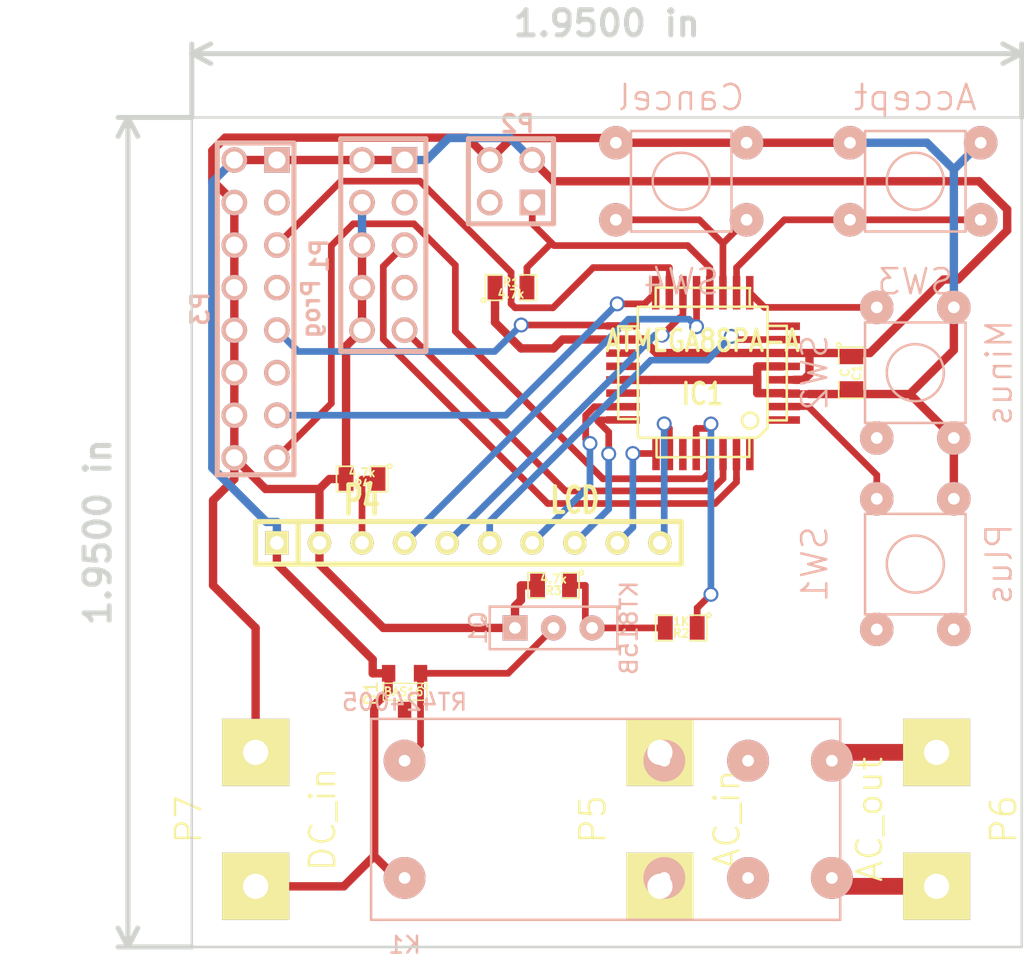
<source format=kicad_pcb>
(kicad_pcb (version 3) (host pcbnew "(2013-june-11)-stable")

  (general
    (links 74)
    (no_connects 10)
    (area 12.320002 17.470001 74.405 75.115)
    (thickness 1.6)
    (drawings 6)
    (tracks 237)
    (zones 0)
    (modules 20)
    (nets 29)
  )

  (page A3)
  (layers
    (15 F.Cu signal)
    (0 B.Cu signal)
    (16 B.Adhes user)
    (17 F.Adhes user)
    (18 B.Paste user)
    (19 F.Paste user)
    (20 B.SilkS user)
    (21 F.SilkS user)
    (22 B.Mask user)
    (23 F.Mask user)
    (28 Edge.Cuts user)
  )

  (setup
    (last_trace_width 0.4)
    (trace_clearance 0.3)
    (zone_clearance 0.508)
    (zone_45_only no)
    (trace_min 0.254)
    (segment_width 0.2)
    (edge_width 0.15)
    (via_size 0.889)
    (via_drill 0.635)
    (via_min_size 0.889)
    (via_min_drill 0.508)
    (uvia_size 0.508)
    (uvia_drill 0.127)
    (uvias_allowed no)
    (uvia_min_size 0.508)
    (uvia_min_drill 0.127)
    (pcb_text_width 0.3)
    (pcb_text_size 1.5 1.5)
    (mod_edge_width 0.15)
    (mod_text_size 1.5 1.5)
    (mod_text_width 0.15)
    (pad_size 1.524 1.524)
    (pad_drill 0.762)
    (pad_to_mask_clearance 0.2)
    (aux_axis_origin 0 0)
    (visible_elements FFFFFFBF)
    (pcbplotparams
      (layerselection 32768)
      (usegerberextensions false)
      (excludeedgelayer true)
      (linewidth 0.100000)
      (plotframeref false)
      (viasonmask false)
      (mode 1)
      (useauxorigin false)
      (hpglpennumber 1)
      (hpglpenspeed 20)
      (hpglpendiameter 15)
      (hpglpenoverlay 2)
      (psnegative false)
      (psa4output false)
      (plotreference true)
      (plotvalue true)
      (plotothertext true)
      (plotinvisibletext false)
      (padsonsilk false)
      (subtractmaskfromsilk false)
      (outputformat 2)
      (mirror true)
      (drillshape 0)
      (scaleselection 1)
      (outputdirectory ""))
  )

  (net 0 "")
  (net 1 /AC_IN1)
  (net 2 /AC_IN2)
  (net 3 /AC_OUT1)
  (net 4 /AC_OUT2)
  (net 5 /LCD_D4)
  (net 6 /LCD_D5)
  (net 7 /LCD_D6)
  (net 8 /LCD_D7)
  (net 9 /LCD_E)
  (net 10 /LCD_RS)
  (net 11 /LCD_RW)
  (net 12 /RXD)
  (net 13 /SRST)
  (net 14 /SW_ACCEPT)
  (net 15 /SW_CANCEL)
  (net 16 /SW_MINUS)
  (net 17 /SW_PLUS)
  (net 18 /TCK)
  (net 19 /TDI)
  (net 20 /TDO)
  (net 21 /TXD)
  (net 22 GND)
  (net 23 N-000001)
  (net 24 N-0000017)
  (net 25 N-000002)
  (net 26 N-0000028)
  (net 27 N-000003)
  (net 28 VCC)

  (net_class Default "This is the default net class."
    (clearance 0.3)
    (trace_width 0.4)
    (via_dia 0.889)
    (via_drill 0.635)
    (uvia_dia 0.508)
    (uvia_drill 0.127)
    (add_net "")
    (add_net /LCD_D4)
    (add_net /LCD_D5)
    (add_net /LCD_D6)
    (add_net /LCD_D7)
    (add_net /LCD_E)
    (add_net /LCD_RS)
    (add_net /LCD_RW)
    (add_net /RXD)
    (add_net /SRST)
    (add_net /SW_ACCEPT)
    (add_net /SW_CANCEL)
    (add_net /SW_MINUS)
    (add_net /SW_PLUS)
    (add_net /TCK)
    (add_net /TDI)
    (add_net /TDO)
    (add_net /TXD)
    (add_net N-000001)
    (add_net N-0000017)
    (add_net N-000002)
    (add_net N-0000028)
    (add_net N-000003)
  )

  (net_class AC ""
    (clearance 1)
    (trace_width 1)
    (via_dia 0.889)
    (via_drill 0.635)
    (uvia_dia 0.508)
    (uvia_drill 0.127)
    (add_net /AC_IN1)
    (add_net /AC_IN2)
    (add_net /AC_OUT1)
    (add_net /AC_OUT2)
  )

  (net_class DC ""
    (clearance 0.3)
    (trace_width 0.5)
    (via_dia 0.889)
    (via_drill 0.635)
    (uvia_dia 0.508)
    (uvia_drill 0.127)
    (add_net GND)
    (add_net VCC)
  )

  (module TQFP32 (layer F.Cu) (tedit 43A670DA) (tstamp 5288826D)
    (at 54.61 39.37 180)
    (path /5280620D)
    (fp_text reference IC1 (at 0 -1.27 180) (layer F.SilkS)
      (effects (font (size 1.27 1.016) (thickness 0.2032)))
    )
    (fp_text value ATMEGA88PA-A (at 0 1.905 180) (layer F.SilkS)
      (effects (font (size 1.27 1.016) (thickness 0.2032)))
    )
    (fp_line (start 5.0292 2.7686) (end 3.8862 2.7686) (layer F.SilkS) (width 0.1524))
    (fp_line (start 5.0292 -2.7686) (end 3.9116 -2.7686) (layer F.SilkS) (width 0.1524))
    (fp_line (start 5.0292 2.7686) (end 5.0292 -2.7686) (layer F.SilkS) (width 0.1524))
    (fp_line (start 2.794 3.9624) (end 2.794 5.0546) (layer F.SilkS) (width 0.1524))
    (fp_line (start -2.8194 3.9878) (end -2.8194 5.0546) (layer F.SilkS) (width 0.1524))
    (fp_line (start -2.8448 5.0546) (end 2.794 5.08) (layer F.SilkS) (width 0.1524))
    (fp_line (start -2.794 -5.0292) (end 2.7178 -5.0546) (layer F.SilkS) (width 0.1524))
    (fp_line (start -3.8862 -3.2766) (end -3.8862 3.9116) (layer F.SilkS) (width 0.1524))
    (fp_line (start 2.7432 -5.0292) (end 2.7432 -3.9878) (layer F.SilkS) (width 0.1524))
    (fp_line (start -3.2512 -3.8862) (end 3.81 -3.8862) (layer F.SilkS) (width 0.1524))
    (fp_line (start 3.8608 3.937) (end 3.8608 -3.7846) (layer F.SilkS) (width 0.1524))
    (fp_line (start -3.8862 3.937) (end 3.7338 3.937) (layer F.SilkS) (width 0.1524))
    (fp_line (start -5.0292 -2.8448) (end -5.0292 2.794) (layer F.SilkS) (width 0.1524))
    (fp_line (start -5.0292 2.794) (end -3.8862 2.794) (layer F.SilkS) (width 0.1524))
    (fp_line (start -3.87604 -3.302) (end -3.29184 -3.8862) (layer F.SilkS) (width 0.1524))
    (fp_line (start -5.02412 -2.8448) (end -3.87604 -2.8448) (layer F.SilkS) (width 0.1524))
    (fp_line (start -2.794 -3.8862) (end -2.794 -5.03428) (layer F.SilkS) (width 0.1524))
    (fp_circle (center -2.83972 -2.86004) (end -2.43332 -2.60604) (layer F.SilkS) (width 0.1524))
    (pad 8 smd rect (at -4.81584 2.77622 180) (size 1.99898 0.44958)
      (layers F.Cu F.Paste F.Mask)
    )
    (pad 7 smd rect (at -4.81584 1.97612 180) (size 1.99898 0.44958)
      (layers F.Cu F.Paste F.Mask)
      (net 9 /LCD_E)
    )
    (pad 6 smd rect (at -4.81584 1.17602 180) (size 1.99898 0.44958)
      (layers F.Cu F.Paste F.Mask)
      (net 28 VCC)
    )
    (pad 5 smd rect (at -4.81584 0.37592 180) (size 1.99898 0.44958)
      (layers F.Cu F.Paste F.Mask)
      (net 22 GND)
    )
    (pad 4 smd rect (at -4.81584 -0.42418 180) (size 1.99898 0.44958)
      (layers F.Cu F.Paste F.Mask)
      (net 28 VCC)
    )
    (pad 3 smd rect (at -4.81584 -1.22428 180) (size 1.99898 0.44958)
      (layers F.Cu F.Paste F.Mask)
      (net 22 GND)
    )
    (pad 2 smd rect (at -4.81584 -2.02438 180) (size 1.99898 0.44958)
      (layers F.Cu F.Paste F.Mask)
      (net 17 /SW_PLUS)
    )
    (pad 1 smd rect (at -4.81584 -2.82448 180) (size 1.99898 0.44958)
      (layers F.Cu F.Paste F.Mask)
    )
    (pad 24 smd rect (at 4.7498 -2.8194 180) (size 1.99898 0.44958)
      (layers F.Cu F.Paste F.Mask)
      (net 6 /LCD_D5)
    )
    (pad 17 smd rect (at 4.7498 2.794 180) (size 1.99898 0.44958)
      (layers F.Cu F.Paste F.Mask)
      (net 18 /TCK)
    )
    (pad 18 smd rect (at 4.7498 1.9812 180) (size 1.99898 0.44958)
      (layers F.Cu F.Paste F.Mask)
      (net 28 VCC)
    )
    (pad 19 smd rect (at 4.7498 1.1684 180) (size 1.99898 0.44958)
      (layers F.Cu F.Paste F.Mask)
    )
    (pad 20 smd rect (at 4.7498 0.381 180) (size 1.99898 0.44958)
      (layers F.Cu F.Paste F.Mask)
    )
    (pad 21 smd rect (at 4.7498 -0.4318 180) (size 1.99898 0.44958)
      (layers F.Cu F.Paste F.Mask)
      (net 22 GND)
    )
    (pad 22 smd rect (at 4.7498 -1.2192 180) (size 1.99898 0.44958)
      (layers F.Cu F.Paste F.Mask)
    )
    (pad 23 smd rect (at 4.7498 -2.032 180) (size 1.99898 0.44958)
      (layers F.Cu F.Paste F.Mask)
      (net 5 /LCD_D4)
    )
    (pad 32 smd rect (at -2.82448 -4.826 180) (size 0.44958 1.99898)
      (layers F.Cu F.Paste F.Mask)
    )
    (pad 31 smd rect (at -2.02692 -4.826 180) (size 0.44958 1.99898)
      (layers F.Cu F.Paste F.Mask)
      (net 21 /TXD)
    )
    (pad 30 smd rect (at -1.22428 -4.826 180) (size 0.44958 1.99898)
      (layers F.Cu F.Paste F.Mask)
      (net 12 /RXD)
    )
    (pad 29 smd rect (at -0.42672 -4.826 180) (size 0.44958 1.99898)
      (layers F.Cu F.Paste F.Mask)
      (net 13 /SRST)
    )
    (pad 28 smd rect (at 0.37592 -4.826 180) (size 0.44958 1.99898)
      (layers F.Cu F.Paste F.Mask)
      (net 25 N-000002)
    )
    (pad 27 smd rect (at 1.17348 -4.826 180) (size 0.44958 1.99898)
      (layers F.Cu F.Paste F.Mask)
    )
    (pad 26 smd rect (at 1.97612 -4.826 180) (size 0.44958 1.99898)
      (layers F.Cu F.Paste F.Mask)
      (net 8 /LCD_D7)
    )
    (pad 25 smd rect (at 2.77368 -4.826 180) (size 0.44958 1.99898)
      (layers F.Cu F.Paste F.Mask)
      (net 7 /LCD_D6)
    )
    (pad 9 smd rect (at -2.8194 4.7752 180) (size 0.44958 1.99898)
      (layers F.Cu F.Paste F.Mask)
      (net 16 /SW_MINUS)
    )
    (pad 10 smd rect (at -2.032 4.7752 180) (size 0.44958 1.99898)
      (layers F.Cu F.Paste F.Mask)
      (net 14 /SW_ACCEPT)
    )
    (pad 11 smd rect (at -1.2192 4.7752 180) (size 0.44958 1.99898)
      (layers F.Cu F.Paste F.Mask)
      (net 15 /SW_CANCEL)
    )
    (pad 12 smd rect (at -0.4318 4.7752 180) (size 0.44958 1.99898)
      (layers F.Cu F.Paste F.Mask)
      (net 23 N-000001)
    )
    (pad 13 smd rect (at 0.3556 4.7752 180) (size 0.44958 1.99898)
      (layers F.Cu F.Paste F.Mask)
      (net 10 /LCD_RS)
    )
    (pad 14 smd rect (at 1.1684 4.7752 180) (size 0.44958 1.99898)
      (layers F.Cu F.Paste F.Mask)
      (net 11 /LCD_RW)
    )
    (pad 15 smd rect (at 1.9812 4.7752 180) (size 0.44958 1.99898)
      (layers F.Cu F.Paste F.Mask)
      (net 19 /TDI)
    )
    (pad 16 smd rect (at 2.794 4.7752 180) (size 0.44958 1.99898)
      (layers F.Cu F.Paste F.Mask)
      (net 20 /TDO)
    )
    (model smd/tqfp32.wrl
      (at (xyz 0 0 0))
      (scale (xyz 1 1 1))
      (rotate (xyz 0 0 0))
    )
  )

  (module TO126 (layer B.Cu) (tedit 52874F33) (tstamp 52887CB0)
    (at 45.72 54.61 270)
    (path /528062B4)
    (fp_text reference Q1 (at 0 4.5 270) (layer B.SilkS)
      (effects (font (size 1 1) (thickness 0.15)) (justify mirror))
    )
    (fp_text value KT815B (at 0 -4.5 270) (layer B.SilkS)
      (effects (font (size 1 1) (thickness 0.15)) (justify mirror))
    )
    (fp_line (start -1.27 3.81) (end -1.27 -3.81) (layer B.SilkS) (width 0.15))
    (fp_line (start -1.27 -3.81) (end 1.27 -3.81) (layer B.SilkS) (width 0.15))
    (fp_line (start 1.27 -3.81) (end 1.27 3.81) (layer B.SilkS) (width 0.15))
    (fp_line (start 1.27 3.81) (end -1.27 3.81) (layer B.SilkS) (width 0.15))
    (pad 1 thru_hole rect (at 0 2.3 270) (size 1.5 1.5) (drill 0.7)
      (layers *.Cu *.Mask B.SilkS)
      (net 22 GND)
    )
    (pad 2 thru_hole circle (at 0 0 270) (size 1.5 1.5) (drill 0.7)
      (layers *.Cu *.Mask B.SilkS)
      (net 27 N-000003)
    )
    (pad 3 thru_hole circle (at 0 -2.3 270) (size 1.5 1.5) (drill 0.7)
      (layers *.Cu *.Mask B.SilkS)
      (net 26 N-0000028)
    )
    (model to-xxx-packages/to126.wrl
      (at (xyz -0.2 0 0))
      (scale (xyz 1 1 1))
      (rotate (xyz 0 0 -90))
    )
  )

  (module SW_TACT (layer B.Cu) (tedit 5287B34A) (tstamp 52887CBD)
    (at 67.31 50.8 270)
    (path /528686EE)
    (fp_text reference SW1 (at 0 6 270) (layer B.SilkS)
      (effects (font (size 1.5 1.5) (thickness 0.15)) (justify mirror))
    )
    (fp_text value Plus (at 0 -5 270) (layer B.SilkS)
      (effects (font (size 1.5 1.5) (thickness 0.15)) (justify mirror))
    )
    (fp_circle (center 0 0) (end -1.7 -0.1) (layer B.SilkS) (width 0.15))
    (fp_line (start -3 3) (end 3 3) (layer B.SilkS) (width 0.15))
    (fp_line (start 3 3) (end 3 -3) (layer B.SilkS) (width 0.15))
    (fp_line (start 3 -3) (end -3 -3) (layer B.SilkS) (width 0.15))
    (fp_line (start -3 -3) (end -3 3) (layer B.SilkS) (width 0.15))
    (pad 1 thru_hole circle (at -3.9 2.3 270) (size 2 2) (drill 0.7)
      (layers *.Cu *.Mask B.SilkS)
      (net 17 /SW_PLUS)
    )
    (pad 1 thru_hole circle (at 3.9 2.3 270) (size 2 2) (drill 0.7)
      (layers *.Cu *.Mask B.SilkS)
      (net 17 /SW_PLUS)
    )
    (pad 2 thru_hole circle (at 3.9 -2.3 270) (size 2 2) (drill 0.7)
      (layers *.Cu *.Mask B.SilkS)
      (net 22 GND)
    )
    (pad 2 thru_hole circle (at -3.9 -2.3 270) (size 2 2) (drill 0.7)
      (layers *.Cu *.Mask B.SilkS)
      (net 22 GND)
    )
  )

  (module SW_TACT (layer B.Cu) (tedit 5287B34A) (tstamp 52887CCA)
    (at 67.31 39.37 270)
    (path /528686DF)
    (fp_text reference SW2 (at 0 6 270) (layer B.SilkS)
      (effects (font (size 1.5 1.5) (thickness 0.15)) (justify mirror))
    )
    (fp_text value Minus (at 0 -5 270) (layer B.SilkS)
      (effects (font (size 1.5 1.5) (thickness 0.15)) (justify mirror))
    )
    (fp_circle (center 0 0) (end -1.7 -0.1) (layer B.SilkS) (width 0.15))
    (fp_line (start -3 3) (end 3 3) (layer B.SilkS) (width 0.15))
    (fp_line (start 3 3) (end 3 -3) (layer B.SilkS) (width 0.15))
    (fp_line (start 3 -3) (end -3 -3) (layer B.SilkS) (width 0.15))
    (fp_line (start -3 -3) (end -3 3) (layer B.SilkS) (width 0.15))
    (pad 1 thru_hole circle (at -3.9 2.3 270) (size 2 2) (drill 0.7)
      (layers *.Cu *.Mask B.SilkS)
      (net 16 /SW_MINUS)
    )
    (pad 1 thru_hole circle (at 3.9 2.3 270) (size 2 2) (drill 0.7)
      (layers *.Cu *.Mask B.SilkS)
      (net 16 /SW_MINUS)
    )
    (pad 2 thru_hole circle (at 3.9 -2.3 270) (size 2 2) (drill 0.7)
      (layers *.Cu *.Mask B.SilkS)
      (net 22 GND)
    )
    (pad 2 thru_hole circle (at -3.9 -2.3 270) (size 2 2) (drill 0.7)
      (layers *.Cu *.Mask B.SilkS)
      (net 22 GND)
    )
  )

  (module SW_TACT (layer B.Cu) (tedit 5287B34A) (tstamp 52887CD7)
    (at 53.34 27.94)
    (path /528686D0)
    (fp_text reference SW4 (at 0 6) (layer B.SilkS)
      (effects (font (size 1.5 1.5) (thickness 0.15)) (justify mirror))
    )
    (fp_text value Cancel (at 0 -5) (layer B.SilkS)
      (effects (font (size 1.5 1.5) (thickness 0.15)) (justify mirror))
    )
    (fp_circle (center 0 0) (end -1.7 -0.1) (layer B.SilkS) (width 0.15))
    (fp_line (start -3 3) (end 3 3) (layer B.SilkS) (width 0.15))
    (fp_line (start 3 3) (end 3 -3) (layer B.SilkS) (width 0.15))
    (fp_line (start 3 -3) (end -3 -3) (layer B.SilkS) (width 0.15))
    (fp_line (start -3 -3) (end -3 3) (layer B.SilkS) (width 0.15))
    (pad 1 thru_hole circle (at -3.9 2.3) (size 2 2) (drill 0.7)
      (layers *.Cu *.Mask B.SilkS)
      (net 15 /SW_CANCEL)
    )
    (pad 1 thru_hole circle (at 3.9 2.3) (size 2 2) (drill 0.7)
      (layers *.Cu *.Mask B.SilkS)
      (net 15 /SW_CANCEL)
    )
    (pad 2 thru_hole circle (at 3.9 -2.3) (size 2 2) (drill 0.7)
      (layers *.Cu *.Mask B.SilkS)
      (net 22 GND)
    )
    (pad 2 thru_hole circle (at -3.9 -2.3) (size 2 2) (drill 0.7)
      (layers *.Cu *.Mask B.SilkS)
      (net 22 GND)
    )
  )

  (module SW_TACT (layer B.Cu) (tedit 5287B34A) (tstamp 52887CE4)
    (at 67.31 27.94)
    (path /528686B7)
    (fp_text reference SW3 (at 0 6) (layer B.SilkS)
      (effects (font (size 1.5 1.5) (thickness 0.15)) (justify mirror))
    )
    (fp_text value Accept (at 0 -5) (layer B.SilkS)
      (effects (font (size 1.5 1.5) (thickness 0.15)) (justify mirror))
    )
    (fp_circle (center 0 0) (end -1.7 -0.1) (layer B.SilkS) (width 0.15))
    (fp_line (start -3 3) (end 3 3) (layer B.SilkS) (width 0.15))
    (fp_line (start 3 3) (end 3 -3) (layer B.SilkS) (width 0.15))
    (fp_line (start 3 -3) (end -3 -3) (layer B.SilkS) (width 0.15))
    (fp_line (start -3 -3) (end -3 3) (layer B.SilkS) (width 0.15))
    (pad 1 thru_hole circle (at -3.9 2.3) (size 2 2) (drill 0.7)
      (layers *.Cu *.Mask B.SilkS)
      (net 14 /SW_ACCEPT)
    )
    (pad 1 thru_hole circle (at 3.9 2.3) (size 2 2) (drill 0.7)
      (layers *.Cu *.Mask B.SilkS)
      (net 14 /SW_ACCEPT)
    )
    (pad 2 thru_hole circle (at 3.9 -2.3) (size 2 2) (drill 0.7)
      (layers *.Cu *.Mask B.SilkS)
      (net 22 GND)
    )
    (pad 2 thru_hole circle (at -3.9 -2.3) (size 2 2) (drill 0.7)
      (layers *.Cu *.Mask B.SilkS)
      (net 22 GND)
    )
  )

  (module SOT23 (layer F.Cu) (tedit 5051A6D7) (tstamp 52887CF0)
    (at 36.83 58.42 180)
    (tags SOT23)
    (path /5280657D)
    (fp_text reference D1 (at 1.99898 -0.09906 270) (layer F.SilkS)
      (effects (font (size 0.762 0.762) (thickness 0.11938)))
    )
    (fp_text value BAS16 (at 0.0635 0 180) (layer F.SilkS)
      (effects (font (size 0.50038 0.50038) (thickness 0.09906)))
    )
    (fp_circle (center -1.17602 0.35052) (end -1.30048 0.44958) (layer F.SilkS) (width 0.07874))
    (fp_line (start 1.27 -0.508) (end 1.27 0.508) (layer F.SilkS) (width 0.07874))
    (fp_line (start -1.3335 -0.508) (end -1.3335 0.508) (layer F.SilkS) (width 0.07874))
    (fp_line (start 1.27 0.508) (end -1.3335 0.508) (layer F.SilkS) (width 0.07874))
    (fp_line (start -1.3335 -0.508) (end 1.27 -0.508) (layer F.SilkS) (width 0.07874))
    (pad 3 smd rect (at 0 -1.09982 180) (size 0.8001 1.00076)
      (layers F.Cu F.Paste F.Mask)
    )
    (pad 2 smd rect (at 0.9525 1.09982 180) (size 0.8001 1.00076)
      (layers F.Cu F.Paste F.Mask)
      (net 28 VCC)
    )
    (pad 1 smd rect (at -0.9525 1.09982 180) (size 0.8001 1.00076)
      (layers F.Cu F.Paste F.Mask)
      (net 27 N-000003)
    )
    (model smd\SOT23_3.wrl
      (at (xyz 0 0 0))
      (scale (xyz 0.4 0.4 0.4))
      (rotate (xyz 0 0 180))
    )
  )

  (module SM0805 (layer F.Cu) (tedit 5091495C) (tstamp 52887CFD)
    (at 43.18 34.29)
    (path /52808BCC)
    (attr smd)
    (fp_text reference R1 (at 0 -0.3175) (layer F.SilkS)
      (effects (font (size 0.50038 0.50038) (thickness 0.10922)))
    )
    (fp_text value 4.7k (at 0 0.381) (layer F.SilkS)
      (effects (font (size 0.50038 0.50038) (thickness 0.10922)))
    )
    (fp_circle (center -1.651 0.762) (end -1.651 0.635) (layer F.SilkS) (width 0.09906))
    (fp_line (start -0.508 0.762) (end -1.524 0.762) (layer F.SilkS) (width 0.09906))
    (fp_line (start -1.524 0.762) (end -1.524 -0.762) (layer F.SilkS) (width 0.09906))
    (fp_line (start -1.524 -0.762) (end -0.508 -0.762) (layer F.SilkS) (width 0.09906))
    (fp_line (start 0.508 -0.762) (end 1.524 -0.762) (layer F.SilkS) (width 0.09906))
    (fp_line (start 1.524 -0.762) (end 1.524 0.762) (layer F.SilkS) (width 0.09906))
    (fp_line (start 1.524 0.762) (end 0.508 0.762) (layer F.SilkS) (width 0.09906))
    (pad 1 smd rect (at -0.9525 0) (size 0.889 1.397)
      (layers F.Cu F.Paste F.Mask)
      (net 28 VCC)
    )
    (pad 2 smd rect (at 0.9525 0) (size 0.889 1.397)
      (layers F.Cu F.Paste F.Mask)
      (net 23 N-000001)
    )
    (model smd/chip_cms.wrl
      (at (xyz 0 0 0))
      (scale (xyz 0.1 0.1 0.1))
      (rotate (xyz 0 0 0))
    )
  )

  (module SM0805 (layer F.Cu) (tedit 5091495C) (tstamp 52887D0A)
    (at 53.34 54.61 180)
    (path /52806436)
    (attr smd)
    (fp_text reference R2 (at 0 -0.3175 180) (layer F.SilkS)
      (effects (font (size 0.50038 0.50038) (thickness 0.10922)))
    )
    (fp_text value 1K (at 0 0.381 180) (layer F.SilkS)
      (effects (font (size 0.50038 0.50038) (thickness 0.10922)))
    )
    (fp_circle (center -1.651 0.762) (end -1.651 0.635) (layer F.SilkS) (width 0.09906))
    (fp_line (start -0.508 0.762) (end -1.524 0.762) (layer F.SilkS) (width 0.09906))
    (fp_line (start -1.524 0.762) (end -1.524 -0.762) (layer F.SilkS) (width 0.09906))
    (fp_line (start -1.524 -0.762) (end -0.508 -0.762) (layer F.SilkS) (width 0.09906))
    (fp_line (start 0.508 -0.762) (end 1.524 -0.762) (layer F.SilkS) (width 0.09906))
    (fp_line (start 1.524 -0.762) (end 1.524 0.762) (layer F.SilkS) (width 0.09906))
    (fp_line (start 1.524 0.762) (end 0.508 0.762) (layer F.SilkS) (width 0.09906))
    (pad 1 smd rect (at -0.9525 0 180) (size 0.889 1.397)
      (layers F.Cu F.Paste F.Mask)
      (net 25 N-000002)
    )
    (pad 2 smd rect (at 0.9525 0 180) (size 0.889 1.397)
      (layers F.Cu F.Paste F.Mask)
      (net 26 N-0000028)
    )
    (model smd/chip_cms.wrl
      (at (xyz 0 0 0))
      (scale (xyz 0.1 0.1 0.1))
      (rotate (xyz 0 0 0))
    )
  )

  (module SM0805 (layer F.Cu) (tedit 5091495C) (tstamp 52887D17)
    (at 45.72 52.07 180)
    (path /52868B10)
    (attr smd)
    (fp_text reference R3 (at 0 -0.3175 180) (layer F.SilkS)
      (effects (font (size 0.50038 0.50038) (thickness 0.10922)))
    )
    (fp_text value 4.7k (at 0 0.381 180) (layer F.SilkS)
      (effects (font (size 0.50038 0.50038) (thickness 0.10922)))
    )
    (fp_circle (center -1.651 0.762) (end -1.651 0.635) (layer F.SilkS) (width 0.09906))
    (fp_line (start -0.508 0.762) (end -1.524 0.762) (layer F.SilkS) (width 0.09906))
    (fp_line (start -1.524 0.762) (end -1.524 -0.762) (layer F.SilkS) (width 0.09906))
    (fp_line (start -1.524 -0.762) (end -0.508 -0.762) (layer F.SilkS) (width 0.09906))
    (fp_line (start 0.508 -0.762) (end 1.524 -0.762) (layer F.SilkS) (width 0.09906))
    (fp_line (start 1.524 -0.762) (end 1.524 0.762) (layer F.SilkS) (width 0.09906))
    (fp_line (start 1.524 0.762) (end 0.508 0.762) (layer F.SilkS) (width 0.09906))
    (pad 1 smd rect (at -0.9525 0 180) (size 0.889 1.397)
      (layers F.Cu F.Paste F.Mask)
      (net 26 N-0000028)
    )
    (pad 2 smd rect (at 0.9525 0 180) (size 0.889 1.397)
      (layers F.Cu F.Paste F.Mask)
      (net 22 GND)
    )
    (model smd/chip_cms.wrl
      (at (xyz 0 0 0))
      (scale (xyz 0.1 0.1 0.1))
      (rotate (xyz 0 0 0))
    )
  )

  (module SM0805 (layer F.Cu) (tedit 5091495C) (tstamp 52887D24)
    (at 34.29 45.72 180)
    (path /52874B84)
    (attr smd)
    (fp_text reference R4 (at 0 -0.3175 180) (layer F.SilkS)
      (effects (font (size 0.50038 0.50038) (thickness 0.10922)))
    )
    (fp_text value 4.7k (at 0 0.381 180) (layer F.SilkS)
      (effects (font (size 0.50038 0.50038) (thickness 0.10922)))
    )
    (fp_circle (center -1.651 0.762) (end -1.651 0.635) (layer F.SilkS) (width 0.09906))
    (fp_line (start -0.508 0.762) (end -1.524 0.762) (layer F.SilkS) (width 0.09906))
    (fp_line (start -1.524 0.762) (end -1.524 -0.762) (layer F.SilkS) (width 0.09906))
    (fp_line (start -1.524 -0.762) (end -0.508 -0.762) (layer F.SilkS) (width 0.09906))
    (fp_line (start 0.508 -0.762) (end 1.524 -0.762) (layer F.SilkS) (width 0.09906))
    (fp_line (start 1.524 -0.762) (end 1.524 0.762) (layer F.SilkS) (width 0.09906))
    (fp_line (start 1.524 0.762) (end 0.508 0.762) (layer F.SilkS) (width 0.09906))
    (pad 1 smd rect (at -0.9525 0 180) (size 0.889 1.397)
      (layers F.Cu F.Paste F.Mask)
      (net 24 N-0000017)
    )
    (pad 2 smd rect (at 0.9525 0 180) (size 0.889 1.397)
      (layers F.Cu F.Paste F.Mask)
      (net 22 GND)
    )
    (model smd/chip_cms.wrl
      (at (xyz 0 0 0))
      (scale (xyz 0.1 0.1 0.1))
      (rotate (xyz 0 0 0))
    )
  )

  (module SM0805 (layer F.Cu) (tedit 5091495C) (tstamp 52888393)
    (at 63.5 39.37 270)
    (path /52874FC7)
    (attr smd)
    (fp_text reference C1 (at 0 -0.3175 270) (layer F.SilkS)
      (effects (font (size 0.50038 0.50038) (thickness 0.10922)))
    )
    (fp_text value C (at 0 0.381 270) (layer F.SilkS)
      (effects (font (size 0.50038 0.50038) (thickness 0.10922)))
    )
    (fp_circle (center -1.651 0.762) (end -1.651 0.635) (layer F.SilkS) (width 0.09906))
    (fp_line (start -0.508 0.762) (end -1.524 0.762) (layer F.SilkS) (width 0.09906))
    (fp_line (start -1.524 0.762) (end -1.524 -0.762) (layer F.SilkS) (width 0.09906))
    (fp_line (start -1.524 -0.762) (end -0.508 -0.762) (layer F.SilkS) (width 0.09906))
    (fp_line (start 0.508 -0.762) (end 1.524 -0.762) (layer F.SilkS) (width 0.09906))
    (fp_line (start 1.524 -0.762) (end 1.524 0.762) (layer F.SilkS) (width 0.09906))
    (fp_line (start 1.524 0.762) (end 0.508 0.762) (layer F.SilkS) (width 0.09906))
    (pad 1 smd rect (at -0.9525 0 270) (size 0.889 1.397)
      (layers F.Cu F.Paste F.Mask)
      (net 28 VCC)
    )
    (pad 2 smd rect (at 0.9525 0 270) (size 0.889 1.397)
      (layers F.Cu F.Paste F.Mask)
      (net 22 GND)
    )
    (model smd/chip_cms.wrl
      (at (xyz 0 0 0))
      (scale (xyz 0.1 0.1 0.1))
      (rotate (xyz 0 0 0))
    )
  )

  (module SIL-10 (layer F.Cu) (tedit 200000) (tstamp 52887D44)
    (at 40.64 49.53)
    (descr "Connecteur 10 pins")
    (tags "CONN DEV")
    (path /52877595)
    (fp_text reference P4 (at -6.35 -2.54) (layer F.SilkS)
      (effects (font (size 1.72974 1.08712) (thickness 0.3048)))
    )
    (fp_text value LCD (at 6.35 -2.54) (layer F.SilkS)
      (effects (font (size 1.524 1.016) (thickness 0.3048)))
    )
    (fp_line (start -12.7 1.27) (end -12.7 -1.27) (layer F.SilkS) (width 0.3048))
    (fp_line (start -12.7 -1.27) (end 12.7 -1.27) (layer F.SilkS) (width 0.3048))
    (fp_line (start 12.7 -1.27) (end 12.7 1.27) (layer F.SilkS) (width 0.3048))
    (fp_line (start 12.7 1.27) (end -12.7 1.27) (layer F.SilkS) (width 0.3048))
    (fp_line (start -10.16 1.27) (end -10.16 -1.27) (layer F.SilkS) (width 0.3048))
    (pad 1 thru_hole rect (at -11.43 0) (size 1.397 1.397) (drill 0.8128)
      (layers *.Cu *.Mask F.SilkS)
      (net 28 VCC)
    )
    (pad 2 thru_hole circle (at -8.89 0) (size 1.397 1.397) (drill 0.8128)
      (layers *.Cu *.Mask F.SilkS)
      (net 22 GND)
    )
    (pad 3 thru_hole circle (at -6.35 0) (size 1.397 1.397) (drill 0.8128)
      (layers *.Cu *.Mask F.SilkS)
      (net 24 N-0000017)
    )
    (pad 4 thru_hole circle (at -3.81 0) (size 1.397 1.397) (drill 0.8128)
      (layers *.Cu *.Mask F.SilkS)
      (net 10 /LCD_RS)
    )
    (pad 5 thru_hole circle (at -1.27 0) (size 1.397 1.397) (drill 0.8128)
      (layers *.Cu *.Mask F.SilkS)
      (net 11 /LCD_RW)
    )
    (pad 6 thru_hole circle (at 1.27 0) (size 1.397 1.397) (drill 0.8128)
      (layers *.Cu *.Mask F.SilkS)
      (net 9 /LCD_E)
    )
    (pad 7 thru_hole circle (at 3.81 0) (size 1.397 1.397) (drill 0.8128)
      (layers *.Cu *.Mask F.SilkS)
      (net 5 /LCD_D4)
    )
    (pad 8 thru_hole circle (at 6.35 0) (size 1.397 1.397) (drill 0.8128)
      (layers *.Cu *.Mask F.SilkS)
      (net 6 /LCD_D5)
    )
    (pad 9 thru_hole circle (at 8.89 0) (size 1.397 1.397) (drill 0.8128)
      (layers *.Cu *.Mask F.SilkS)
      (net 7 /LCD_D6)
    )
    (pad 10 thru_hole circle (at 11.43 0) (size 1.397 1.397) (drill 0.8128)
      (layers *.Cu *.Mask F.SilkS)
      (net 8 /LCD_D7)
    )
  )

  (module RT424005 (layer B.Cu) (tedit 5287B540) (tstamp 52887D54)
    (at 36.83 66.04)
    (path /52806639)
    (fp_text reference K1 (at 0 7.5) (layer B.SilkS)
      (effects (font (size 1 1) (thickness 0.15)) (justify mirror))
    )
    (fp_text value RT424005 (at 0 -7) (layer B.SilkS)
      (effects (font (size 1 1) (thickness 0.15)) (justify mirror))
    )
    (fp_line (start -2 6) (end -2 -6) (layer B.SilkS) (width 0.15))
    (fp_line (start -2 -6) (end 26 -6) (layer B.SilkS) (width 0.15))
    (fp_line (start 26 -6) (end 26 6) (layer B.SilkS) (width 0.15))
    (fp_line (start 26 6) (end -2 6) (layer B.SilkS) (width 0.15))
    (pad 8 thru_hole circle (at 0 3.5) (size 2.5 2.5) (drill 0.7)
      (layers *.Cu *.Mask B.SilkS)
      (net 28 VCC)
    )
    (pad 9 thru_hole circle (at 0 -3.5) (size 2.5 2.5) (drill 0.7)
      (layers *.Cu *.Mask B.SilkS)
      (net 27 N-000003)
    )
    (pad 3 thru_hole circle (at 15.5 3.5) (size 2.5 2.5) (drill 0.7)
      (layers *.Cu *.Mask B.SilkS)
    )
    (pad 14 thru_hole circle (at 15.5 -3.5) (size 2.5 2.5) (drill 0.7)
      (layers *.Cu *.Mask B.SilkS)
    )
    (pad 5 thru_hole circle (at 20.5 3.5) (size 2.5 2.5) (drill 0.7)
      (layers *.Cu *.Mask B.SilkS)
      (net 1 /AC_IN1)
    )
    (pad 12 thru_hole circle (at 20.5 -3.5) (size 2.5 2.5) (drill 0.7)
      (layers *.Cu *.Mask B.SilkS)
      (net 2 /AC_IN2)
    )
    (pad 1 thru_hole circle (at 25.5 3.5) (size 2.5 2.5) (drill 0.7)
      (layers *.Cu *.Mask B.SilkS)
      (net 4 /AC_OUT2)
    )
    (pad 16 thru_hole circle (at 25.5 -3.5) (size 2.5 2.5) (drill 0.7)
      (layers *.Cu *.Mask B.SilkS)
      (net 3 /AC_OUT1)
    )
  )

  (module pin_array_8x2 (layer B.Cu) (tedit 3FB38B89) (tstamp 52887D6C)
    (at 27.94 35.56 270)
    (descr "Double rangee de contacts 2 x 8 pins")
    (tags CONN)
    (path /528719D9)
    (fp_text reference P3 (at 0 3.302 270) (layer B.SilkS)
      (effects (font (size 1.016 1.016) (thickness 0.2032)) (justify mirror))
    )
    (fp_text value Prog (at 0 -3.302 270) (layer B.SilkS)
      (effects (font (size 1.016 1.016) (thickness 0.2032)) (justify mirror))
    )
    (fp_line (start -9.906 -2.286) (end -9.906 2.286) (layer B.SilkS) (width 0.3048))
    (fp_line (start -9.906 2.286) (end 9.906 2.286) (layer B.SilkS) (width 0.3048))
    (fp_line (start 9.906 2.286) (end 9.906 -2.286) (layer B.SilkS) (width 0.3048))
    (fp_line (start 9.906 -2.286) (end -9.906 -2.286) (layer B.SilkS) (width 0.3048))
    (pad 1 thru_hole rect (at -8.89 -1.27 270) (size 1.524 1.524) (drill 1.016)
      (layers *.Cu *.Mask B.SilkS)
      (net 28 VCC)
    )
    (pad 2 thru_hole circle (at -8.89 1.27 270) (size 1.524 1.524) (drill 1.016)
      (layers *.Cu *.Mask B.SilkS)
      (net 28 VCC)
    )
    (pad 3 thru_hole circle (at -6.35 -1.27 270) (size 1.524 1.524) (drill 1.016)
      (layers *.Cu *.Mask B.SilkS)
    )
    (pad 4 thru_hole circle (at -6.35 1.27 270) (size 1.524 1.524) (drill 1.016)
      (layers *.Cu *.Mask B.SilkS)
      (net 22 GND)
    )
    (pad 5 thru_hole circle (at -3.81 -1.27 270) (size 1.524 1.524) (drill 1.016)
      (layers *.Cu *.Mask B.SilkS)
      (net 19 /TDI)
    )
    (pad 6 thru_hole circle (at -3.81 1.27 270) (size 1.524 1.524) (drill 1.016)
      (layers *.Cu *.Mask B.SilkS)
      (net 22 GND)
    )
    (pad 7 thru_hole circle (at -1.27 -1.27 270) (size 1.524 1.524) (drill 1.016)
      (layers *.Cu *.Mask B.SilkS)
    )
    (pad 8 thru_hole circle (at -1.27 1.27 270) (size 1.524 1.524) (drill 1.016)
      (layers *.Cu *.Mask B.SilkS)
      (net 22 GND)
    )
    (pad 9 thru_hole circle (at 1.27 -1.27 270) (size 1.524 1.524) (drill 1.016)
      (layers *.Cu *.Mask B.SilkS)
      (net 18 /TCK)
    )
    (pad 10 thru_hole circle (at 1.27 1.27 270) (size 1.524 1.524) (drill 1.016)
      (layers *.Cu *.Mask B.SilkS)
      (net 22 GND)
    )
    (pad 11 thru_hole circle (at 3.81 -1.27 270) (size 1.524 1.524) (drill 1.016)
      (layers *.Cu *.Mask B.SilkS)
    )
    (pad 12 thru_hole circle (at 3.81 1.27 270) (size 1.524 1.524) (drill 1.016)
      (layers *.Cu *.Mask B.SilkS)
      (net 22 GND)
    )
    (pad 13 thru_hole circle (at 6.35 -1.27 270) (size 1.524 1.524) (drill 1.016)
      (layers *.Cu *.Mask B.SilkS)
      (net 20 /TDO)
    )
    (pad 14 thru_hole circle (at 6.35 1.27 270) (size 1.524 1.524) (drill 1.016)
      (layers *.Cu *.Mask B.SilkS)
      (net 22 GND)
    )
    (pad 15 thru_hole circle (at 8.89 -1.27 270) (size 1.524 1.524) (drill 1.016)
      (layers *.Cu *.Mask B.SilkS)
      (net 13 /SRST)
    )
    (pad 16 thru_hole circle (at 8.89 1.27 270) (size 1.524 1.524) (drill 1.016)
      (layers *.Cu *.Mask B.SilkS)
      (net 22 GND)
    )
    (model pin_array/pins_array_8x2.wrl
      (at (xyz 0 0 0))
      (scale (xyz 1 1 1))
      (rotate (xyz 0 0 0))
    )
  )

  (module PIN_ARRAY_5x2 (layer B.Cu) (tedit 3FCF2109) (tstamp 52888111)
    (at 35.56 31.75 270)
    (descr "Double rangee de contacts 2 x 5 pins")
    (tags CONN)
    (path /528719CA)
    (fp_text reference P1 (at 0.635 3.81 270) (layer B.SilkS)
      (effects (font (size 1.016 1.016) (thickness 0.2032)) (justify mirror))
    )
    (fp_text value Serial (at 0 3.81 270) (layer B.SilkS) hide
      (effects (font (size 1.016 1.016) (thickness 0.2032)) (justify mirror))
    )
    (fp_line (start -6.35 2.54) (end 6.35 2.54) (layer B.SilkS) (width 0.3048))
    (fp_line (start 6.35 2.54) (end 6.35 -2.54) (layer B.SilkS) (width 0.3048))
    (fp_line (start 6.35 -2.54) (end -6.35 -2.54) (layer B.SilkS) (width 0.3048))
    (fp_line (start -6.35 -2.54) (end -6.35 2.54) (layer B.SilkS) (width 0.3048))
    (pad 1 thru_hole rect (at -5.08 -1.27 270) (size 1.524 1.524) (drill 1.016)
      (layers *.Cu *.Mask B.SilkS)
      (net 28 VCC)
    )
    (pad 2 thru_hole circle (at -5.08 1.27 270) (size 1.524 1.524) (drill 1.016)
      (layers *.Cu *.Mask B.SilkS)
      (net 28 VCC)
    )
    (pad 3 thru_hole circle (at -2.54 -1.27 270) (size 1.524 1.524) (drill 1.016)
      (layers *.Cu *.Mask B.SilkS)
    )
    (pad 4 thru_hole circle (at -2.54 1.27 270) (size 1.524 1.524) (drill 1.016)
      (layers *.Cu *.Mask B.SilkS)
      (net 22 GND)
    )
    (pad 5 thru_hole circle (at 0 -1.27 270) (size 1.524 1.524) (drill 1.016)
      (layers *.Cu *.Mask B.SilkS)
      (net 21 /TXD)
    )
    (pad 6 thru_hole circle (at 0 1.27 270) (size 1.524 1.524) (drill 1.016)
      (layers *.Cu *.Mask B.SilkS)
      (net 22 GND)
    )
    (pad 7 thru_hole circle (at 2.54 -1.27 270) (size 1.524 1.524) (drill 1.016)
      (layers *.Cu *.Mask B.SilkS)
    )
    (pad 8 thru_hole circle (at 2.54 1.27 270) (size 1.524 1.524) (drill 1.016)
      (layers *.Cu *.Mask B.SilkS)
      (net 22 GND)
    )
    (pad 9 thru_hole circle (at 5.08 -1.27 270) (size 1.524 1.524) (drill 1.016)
      (layers *.Cu *.Mask B.SilkS)
      (net 12 /RXD)
    )
    (pad 10 thru_hole circle (at 5.08 1.27 270) (size 1.524 1.524) (drill 1.016)
      (layers *.Cu *.Mask B.SilkS)
      (net 22 GND)
    )
    (model pin_array/pins_array_5x2.wrl
      (at (xyz 0 0 0))
      (scale (xyz 1 1 1))
      (rotate (xyz 0 0 0))
    )
  )

  (module PIN_ARRAY_2X2 (layer B.Cu) (tedit 3FAB87D4) (tstamp 52887D8A)
    (at 43.18 27.94 180)
    (descr "Double rangee de contacts 2 x 2 pins")
    (tags CONN)
    (path /52808B6D)
    (fp_text reference P2 (at -0.381 3.429 180) (layer B.SilkS)
      (effects (font (size 1.016 1.016) (thickness 0.2032)) (justify mirror))
    )
    (fp_text value Thermo (at 0 -3.048 180) (layer B.SilkS) hide
      (effects (font (size 1.016 1.016) (thickness 0.2032)) (justify mirror))
    )
    (fp_line (start -2.54 2.54) (end 2.54 2.54) (layer B.SilkS) (width 0.3048))
    (fp_line (start 2.54 2.54) (end 2.54 -2.54) (layer B.SilkS) (width 0.3048))
    (fp_line (start 2.54 -2.54) (end -2.54 -2.54) (layer B.SilkS) (width 0.3048))
    (fp_line (start -2.54 -2.54) (end -2.54 2.54) (layer B.SilkS) (width 0.3048))
    (pad 1 thru_hole rect (at -1.27 -1.27 180) (size 1.524 1.524) (drill 1.016)
      (layers *.Cu *.Mask B.SilkS)
      (net 23 N-000001)
    )
    (pad 2 thru_hole circle (at -1.27 1.27 180) (size 1.524 1.524) (drill 1.016)
      (layers *.Cu *.Mask B.SilkS)
      (net 28 VCC)
    )
    (pad 3 thru_hole circle (at 1.27 -1.27 180) (size 1.524 1.524) (drill 1.016)
      (layers *.Cu *.Mask B.SilkS)
    )
    (pad 4 thru_hole circle (at 1.27 1.27 180) (size 1.524 1.524) (drill 1.016)
      (layers *.Cu *.Mask B.SilkS)
      (net 22 GND)
    )
    (model pin_array/pins_array_2x2.wrl
      (at (xyz 0 0 0))
      (scale (xyz 1 1 1))
      (rotate (xyz 0 0 0))
    )
  )

  (module AC_CONN (layer F.Cu) (tedit 52878D50) (tstamp 52887D90)
    (at 52.07 66.04 90)
    (path /52878067)
    (fp_text reference P5 (at 0 -4 90) (layer F.SilkS)
      (effects (font (size 1.5 1.5) (thickness 0.15)))
    )
    (fp_text value AC_in (at 0 4 90) (layer F.SilkS)
      (effects (font (size 1.5 1.5) (thickness 0.15)))
    )
    (pad 1 thru_hole rect (at -4 0 90) (size 4 4) (drill 1.5)
      (layers *.Cu *.Mask F.SilkS)
      (net 1 /AC_IN1)
    )
    (pad 2 thru_hole rect (at 4 0 90) (size 4 4) (drill 1.5)
      (layers *.Cu *.Mask F.SilkS)
      (net 2 /AC_IN2)
    )
  )

  (module AC_CONN (layer F.Cu) (tedit 52878D50) (tstamp 52887D96)
    (at 68.58 66.04 270)
    (path /52878076)
    (fp_text reference P6 (at 0 -4 270) (layer F.SilkS)
      (effects (font (size 1.5 1.5) (thickness 0.15)))
    )
    (fp_text value AC_out (at 0 4 270) (layer F.SilkS)
      (effects (font (size 1.5 1.5) (thickness 0.15)))
    )
    (pad 1 thru_hole rect (at -4 0 270) (size 4 4) (drill 1.5)
      (layers *.Cu *.Mask F.SilkS)
      (net 3 /AC_OUT1)
    )
    (pad 2 thru_hole rect (at 4 0 270) (size 4 4) (drill 1.5)
      (layers *.Cu *.Mask F.SilkS)
      (net 4 /AC_OUT2)
    )
  )

  (module AC_CONN (layer F.Cu) (tedit 52878D50) (tstamp 52887D9C)
    (at 27.94 66.04 90)
    (path /52878085)
    (fp_text reference P7 (at 0 -4 90) (layer F.SilkS)
      (effects (font (size 1.5 1.5) (thickness 0.15)))
    )
    (fp_text value DC_in (at 0 4 90) (layer F.SilkS)
      (effects (font (size 1.5 1.5) (thickness 0.15)))
    )
    (pad 1 thru_hole rect (at -4 0 90) (size 4 4) (drill 1.5)
      (layers *.Cu *.Mask F.SilkS)
      (net 28 VCC)
    )
    (pad 2 thru_hole rect (at 4 0 90) (size 4 4) (drill 1.5)
      (layers *.Cu *.Mask F.SilkS)
      (net 22 GND)
    )
  )

  (gr_line (start 24.13 73.66) (end 24.13 24.13) (angle 90) (layer Edge.Cuts) (width 0.15))
  (gr_line (start 73.66 73.66) (end 24.13 73.66) (angle 90) (layer Edge.Cuts) (width 0.15))
  (gr_line (start 73.66 24.13) (end 73.66 73.66) (angle 90) (layer Edge.Cuts) (width 0.15))
  (gr_line (start 24.13 24.13) (end 73.66 24.13) (angle 90) (layer Edge.Cuts) (width 0.15))
  (dimension 49.53 (width 0.3) (layer Edge.Cuts)
    (gr_text "49.530 mm" (at 18.970001 48.895 270) (layer Edge.Cuts)
      (effects (font (size 1.5 1.5) (thickness 0.3)))
    )
    (feature1 (pts (xy 24.13 73.66) (xy 17.620001 73.66)))
    (feature2 (pts (xy 24.13 24.13) (xy 17.620001 24.13)))
    (crossbar (pts (xy 20.320001 24.13) (xy 20.320001 73.66)))
    (arrow1a (pts (xy 20.320001 73.66) (xy 19.733581 72.533497)))
    (arrow1b (pts (xy 20.320001 73.66) (xy 20.906421 72.533497)))
    (arrow2a (pts (xy 20.320001 24.13) (xy 19.733581 25.256503)))
    (arrow2b (pts (xy 20.320001 24.13) (xy 20.906421 25.256503)))
  )
  (dimension 49.53 (width 0.3) (layer Edge.Cuts)
    (gr_text "49.530 mm" (at 48.895 18.970001) (layer Edge.Cuts)
      (effects (font (size 1.5 1.5) (thickness 0.3)))
    )
    (feature1 (pts (xy 73.66 24.13) (xy 73.66 17.620001)))
    (feature2 (pts (xy 24.13 24.13) (xy 24.13 17.620001)))
    (crossbar (pts (xy 24.13 20.320001) (xy 73.66 20.320001)))
    (arrow1a (pts (xy 73.66 20.320001) (xy 72.533497 20.906421)))
    (arrow1b (pts (xy 73.66 20.320001) (xy 72.533497 19.733581)))
    (arrow2a (pts (xy 24.13 20.320001) (xy 25.256503 20.906421)))
    (arrow2b (pts (xy 24.13 20.320001) (xy 25.256503 19.733581)))
  )

  (segment (start 62.83 62.04) (end 62.33 62.54) (width 1) (layer F.Cu) (net 3))
  (segment (start 68.58 62.04) (end 62.83 62.04) (width 1) (layer F.Cu) (net 3))
  (segment (start 62.83 70.04) (end 62.33 69.54) (width 1) (layer F.Cu) (net 4))
  (segment (start 68.58 70.04) (end 62.83 70.04) (width 1) (layer F.Cu) (net 4))
  (via (at 47.8917 43.5957) (size 0.889) (layers F.Cu B.Cu) (net 5))
  (segment (start 47.8917 46.0883) (end 47.8917 43.5957) (width 0.4) (layer B.Cu) (net 5))
  (segment (start 44.45 49.53) (end 47.8917 46.0883) (width 0.4) (layer B.Cu) (net 5))
  (segment (start 48.1537 41.402) (end 49.8602 41.402) (width 0.4) (layer F.Cu) (net 5))
  (segment (start 47.6384 41.9173) (end 48.1537 41.402) (width 0.4) (layer F.Cu) (net 5))
  (segment (start 47.6384 43.3424) (end 47.6384 41.9173) (width 0.4) (layer F.Cu) (net 5))
  (segment (start 47.8917 43.5957) (end 47.6384 43.3424) (width 0.4) (layer F.Cu) (net 5))
  (via (at 49.0123 44.2184) (size 0.889) (layers F.Cu B.Cu) (net 6))
  (segment (start 49.8602 42.1894) (end 48.3604 42.1894) (width 0.4) (layer F.Cu) (net 6))
  (segment (start 49.0123 47.5077) (end 49.0123 44.2184) (width 0.4) (layer B.Cu) (net 6))
  (segment (start 46.99 49.53) (end 49.0123 47.5077) (width 0.4) (layer B.Cu) (net 6))
  (segment (start 49.0123 42.9151) (end 49.0123 44.2184) (width 0.4) (layer F.Cu) (net 6))
  (segment (start 48.3604 42.2632) (end 49.0123 42.9151) (width 0.4) (layer F.Cu) (net 6))
  (segment (start 48.3604 42.1894) (end 48.3604 42.2632) (width 0.4) (layer F.Cu) (net 6))
  (via (at 50.4533 44.196) (size 0.889) (layers F.Cu B.Cu) (net 7))
  (segment (start 50.4533 48.6067) (end 50.4533 44.196) (width 0.4) (layer B.Cu) (net 7))
  (segment (start 49.53 49.53) (end 50.4533 48.6067) (width 0.4) (layer B.Cu) (net 7))
  (segment (start 51.8363 44.196) (end 50.4533 44.196) (width 0.4) (layer F.Cu) (net 7))
  (via (at 52.3255 42.4272) (size 0.889) (layers F.Cu B.Cu) (net 8))
  (segment (start 52.5945 42.6962) (end 52.3255 42.4272) (width 0.4) (layer F.Cu) (net 8))
  (segment (start 52.6339 42.6962) (end 52.5945 42.6962) (width 0.4) (layer F.Cu) (net 8))
  (segment (start 52.6339 44.196) (end 52.6339 42.6962) (width 0.4) (layer F.Cu) (net 8))
  (segment (start 52.3255 49.2745) (end 52.07 49.53) (width 0.4) (layer B.Cu) (net 8))
  (segment (start 52.3255 42.4272) (end 52.3255 49.2745) (width 0.4) (layer B.Cu) (net 8))
  (via (at 56.3245 37.2029) (size 0.889) (layers F.Cu B.Cu) (net 9))
  (segment (start 56.5155 37.3939) (end 59.4258 37.3939) (width 0.4) (layer F.Cu) (net 9))
  (segment (start 56.3245 37.2029) (end 56.5155 37.3939) (width 0.4) (layer F.Cu) (net 9))
  (segment (start 41.91 48.2413) (end 41.91 49.53) (width 0.4) (layer B.Cu) (net 9))
  (segment (start 51.5303 38.621) (end 41.91 48.2413) (width 0.4) (layer B.Cu) (net 9))
  (segment (start 54.9064 38.621) (end 51.5303 38.621) (width 0.4) (layer B.Cu) (net 9))
  (segment (start 56.3245 37.2029) (end 54.9064 38.621) (width 0.4) (layer B.Cu) (net 9))
  (via (at 54.2544 36.6239) (size 0.889) (layers F.Cu B.Cu) (net 10))
  (segment (start 53.803 36.1725) (end 54.2544 36.6239) (width 0.4) (layer B.Cu) (net 10))
  (segment (start 50.1875 36.1725) (end 53.803 36.1725) (width 0.4) (layer B.Cu) (net 10))
  (segment (start 36.83 49.53) (end 50.1875 36.1725) (width 0.4) (layer B.Cu) (net 10))
  (segment (start 54.2544 36.6239) (end 54.2544 34.5948) (width 0.4) (layer F.Cu) (net 10))
  (via (at 52.2038 37.1256) (size 0.889) (layers F.Cu B.Cu) (net 11))
  (segment (start 53.4416 34.5948) (end 53.4416 36.0946) (width 0.4) (layer F.Cu) (net 11))
  (segment (start 51.7744 37.1256) (end 52.2038 37.1256) (width 0.4) (layer B.Cu) (net 11))
  (segment (start 39.37 49.53) (end 51.7744 37.1256) (width 0.4) (layer B.Cu) (net 11))
  (segment (start 53.2348 36.0946) (end 52.2038 37.1256) (width 0.4) (layer F.Cu) (net 11))
  (segment (start 53.4416 36.0946) (end 53.2348 36.0946) (width 0.4) (layer F.Cu) (net 11))
  (segment (start 55.1007 46.4294) (end 55.8343 45.6958) (width 0.4) (layer F.Cu) (net 12))
  (segment (start 46.4294 46.4294) (end 55.1007 46.4294) (width 0.4) (layer F.Cu) (net 12))
  (segment (start 36.83 36.83) (end 46.4294 46.4294) (width 0.4) (layer F.Cu) (net 12))
  (segment (start 55.8343 44.196) (end 55.8343 45.6958) (width 0.4) (layer F.Cu) (net 12))
  (segment (start 55.0367 45.3253) (end 55.0367 44.196) (width 0.4) (layer F.Cu) (net 13))
  (segment (start 54.6598 45.7022) (end 55.0367 45.3253) (width 0.4) (layer F.Cu) (net 13))
  (segment (start 48.6621 45.7022) (end 54.6598 45.7022) (width 0.4) (layer F.Cu) (net 13))
  (segment (start 39.8591 36.8992) (end 48.6621 45.7022) (width 0.4) (layer F.Cu) (net 13))
  (segment (start 39.8591 32.9526) (end 39.8591 36.8992) (width 0.4) (layer F.Cu) (net 13))
  (segment (start 37.3865 30.48) (end 39.8591 32.9526) (width 0.4) (layer F.Cu) (net 13))
  (segment (start 33.7679 30.48) (end 37.3865 30.48) (width 0.4) (layer F.Cu) (net 13))
  (segment (start 32.458 31.7899) (end 33.7679 30.48) (width 0.4) (layer F.Cu) (net 13))
  (segment (start 32.458 41.202) (end 32.458 31.7899) (width 0.4) (layer F.Cu) (net 13))
  (segment (start 29.21 44.45) (end 32.458 41.202) (width 0.4) (layer F.Cu) (net 13))
  (segment (start 71.21 30.24) (end 63.41 30.24) (width 0.4) (layer F.Cu) (net 14))
  (segment (start 59.497 30.24) (end 56.642 33.095) (width 0.4) (layer F.Cu) (net 14))
  (segment (start 63.41 30.24) (end 59.497 30.24) (width 0.4) (layer F.Cu) (net 14))
  (segment (start 56.642 34.5948) (end 56.642 33.095) (width 0.4) (layer F.Cu) (net 14))
  (segment (start 54.4184 30.24) (end 55.8292 31.6508) (width 0.4) (layer F.Cu) (net 15))
  (segment (start 49.44 30.24) (end 54.4184 30.24) (width 0.4) (layer F.Cu) (net 15))
  (segment (start 57.24 30.24) (end 55.8292 31.6508) (width 0.4) (layer F.Cu) (net 15))
  (segment (start 55.8292 31.6508) (end 55.8292 34.5948) (width 0.4) (layer F.Cu) (net 15))
  (segment (start 58.3046 35.47) (end 57.4294 34.5948) (width 0.4) (layer F.Cu) (net 16))
  (segment (start 65.01 35.47) (end 58.3046 35.47) (width 0.4) (layer F.Cu) (net 16))
  (segment (start 65.01 45.4788) (end 60.9256 41.3944) (width 0.4) (layer F.Cu) (net 17))
  (segment (start 65.01 46.9) (end 65.01 45.4788) (width 0.4) (layer F.Cu) (net 17))
  (segment (start 59.4258 41.3944) (end 60.9256 41.3944) (width 0.4) (layer F.Cu) (net 17))
  (via (at 43.7911 36.5235) (size 0.889) (layers F.Cu B.Cu) (net 18))
  (segment (start 42.2115 38.1031) (end 43.7911 36.5235) (width 0.4) (layer B.Cu) (net 18))
  (segment (start 30.4831 38.1031) (end 42.2115 38.1031) (width 0.4) (layer B.Cu) (net 18))
  (segment (start 29.21 36.83) (end 30.4831 38.1031) (width 0.4) (layer B.Cu) (net 18))
  (segment (start 48.3079 36.5235) (end 48.3604 36.576) (width 0.4) (layer F.Cu) (net 18))
  (segment (start 43.7911 36.5235) (end 48.3079 36.5235) (width 0.4) (layer F.Cu) (net 18))
  (segment (start 49.8602 36.576) (end 48.3604 36.576) (width 0.4) (layer F.Cu) (net 18))
  (segment (start 48.084 33.095) (end 52.6288 33.095) (width 0.4) (layer F.Cu) (net 19))
  (segment (start 45.6875 35.4915) (end 48.084 33.095) (width 0.4) (layer F.Cu) (net 19))
  (segment (start 43.4225 35.4915) (end 45.6875 35.4915) (width 0.4) (layer F.Cu) (net 19))
  (segment (start 43.1877 35.2567) (end 43.4225 35.4915) (width 0.4) (layer F.Cu) (net 19))
  (segment (start 43.1877 33.3754) (end 43.1877 35.2567) (width 0.4) (layer F.Cu) (net 19))
  (segment (start 37.7447 27.9324) (end 43.1877 33.3754) (width 0.4) (layer F.Cu) (net 19))
  (segment (start 33.0276 27.9324) (end 37.7447 27.9324) (width 0.4) (layer F.Cu) (net 19))
  (segment (start 29.21 31.75) (end 33.0276 27.9324) (width 0.4) (layer F.Cu) (net 19))
  (segment (start 52.6288 34.5948) (end 52.6288 33.095) (width 0.4) (layer F.Cu) (net 19))
  (via (at 49.5212 35.2595) (size 0.889) (layers F.Cu B.Cu) (net 20))
  (segment (start 42.8707 41.91) (end 49.5212 35.2595) (width 0.4) (layer B.Cu) (net 20))
  (segment (start 29.21 41.91) (end 42.8707 41.91) (width 0.4) (layer B.Cu) (net 20))
  (segment (start 51.1513 35.2595) (end 51.816 34.5948) (width 0.4) (layer F.Cu) (net 20))
  (segment (start 49.5212 35.2595) (end 51.1513 35.2595) (width 0.4) (layer F.Cu) (net 20))
  (segment (start 56.6368 45.6958) (end 56.6369 45.6958) (width 0.4) (layer F.Cu) (net 21))
  (segment (start 56.6368 45.9024) (end 56.6368 45.6958) (width 0.4) (layer F.Cu) (net 21))
  (segment (start 55.3572 47.182) (end 56.6368 45.9024) (width 0.4) (layer F.Cu) (net 21))
  (segment (start 45.3738 47.182) (end 55.3572 47.182) (width 0.4) (layer F.Cu) (net 21))
  (segment (start 35.56 37.3682) (end 45.3738 47.182) (width 0.4) (layer F.Cu) (net 21))
  (segment (start 35.56 33.02) (end 35.56 37.3682) (width 0.4) (layer F.Cu) (net 21))
  (segment (start 36.83 31.75) (end 35.56 33.02) (width 0.4) (layer F.Cu) (net 21))
  (segment (start 56.6369 44.196) (end 56.6369 45.6958) (width 0.4) (layer F.Cu) (net 21))
  (segment (start 34.29 36.83) (end 34.29 34.29) (width 0.5) (layer F.Cu) (net 22))
  (segment (start 34.29 34.29) (end 34.29 31.75) (width 0.5) (layer F.Cu) (net 22) (tstamp 52888F65))
  (segment (start 69.61 43.27) (end 69.61 46.9) (width 0.5) (layer F.Cu) (net 22))
  (segment (start 26.67 44.45) (end 26.67 41.91) (width 0.5) (layer F.Cu) (net 22))
  (segment (start 26.67 41.91) (end 26.67 39.37) (width 0.5) (layer F.Cu) (net 22) (tstamp 52888DE3))
  (segment (start 26.67 39.37) (end 26.67 29.21) (width 0.5) (layer F.Cu) (net 22) (tstamp 52888DE4))
  (segment (start 31.75 49.53) (end 31.75 50.8) (width 0.5) (layer F.Cu) (net 22))
  (segment (start 35.56 54.61) (end 43.42 54.61) (width 0.5) (layer F.Cu) (net 22) (tstamp 52888DB6))
  (segment (start 31.75 50.8) (end 35.56 54.61) (width 0.5) (layer F.Cu) (net 22) (tstamp 52888DB1))
  (segment (start 27.94 62.04) (end 27.94 54.61) (width 0.5) (layer F.Cu) (net 22))
  (segment (start 26.67 45.72) (end 26.67 44.45) (width 0.5) (layer F.Cu) (net 22) (tstamp 52888D93))
  (segment (start 25.4 46.99) (end 26.67 45.72) (width 0.5) (layer F.Cu) (net 22) (tstamp 52888D91))
  (segment (start 25.4 52.07) (end 25.4 46.99) (width 0.5) (layer F.Cu) (net 22) (tstamp 52888D8F))
  (segment (start 27.94 54.61) (end 25.4 52.07) (width 0.5) (layer F.Cu) (net 22) (tstamp 52888D8C))
  (segment (start 34.29 31.75) (end 34.29 29.21) (width 0.5) (layer B.Cu) (net 22))
  (segment (start 63.41 25.64) (end 57.24 25.64) (width 0.5) (layer F.Cu) (net 22))
  (segment (start 49.8602 39.8018) (end 51.41 39.8018) (width 0.5) (layer F.Cu) (net 22))
  (segment (start 57.876 39.8405) (end 57.8373 39.8018) (width 0.5) (layer F.Cu) (net 22))
  (segment (start 57.876 40.5943) (end 57.876 39.8405) (width 0.5) (layer F.Cu) (net 22))
  (segment (start 59.4258 40.5943) (end 57.876 40.5943) (width 0.5) (layer F.Cu) (net 22))
  (segment (start 57.876 39.7631) (end 57.8373 39.8018) (width 0.5) (layer F.Cu) (net 22))
  (segment (start 57.876 38.9941) (end 57.876 39.7631) (width 0.5) (layer F.Cu) (net 22))
  (segment (start 59.4258 38.9941) (end 57.876 38.9941) (width 0.5) (layer F.Cu) (net 22))
  (segment (start 49.44 25.64) (end 57.24 25.64) (width 0.5) (layer F.Cu) (net 22))
  (segment (start 59.7979 40.644) (end 59.7731 40.6192) (width 0.4494) (layer F.Cu) (net 22))
  (segment (start 60.9758 40.644) (end 59.7979 40.644) (width 0.4494) (layer F.Cu) (net 22))
  (segment (start 59.4507 40.6192) (end 59.4258 40.5943) (width 0.5) (layer F.Cu) (net 22))
  (segment (start 59.7731 40.6192) (end 59.4507 40.6192) (width 0.5) (layer F.Cu) (net 22))
  (segment (start 43.7727 52.957) (end 43.7727 52.07) (width 0.5) (layer F.Cu) (net 22))
  (segment (start 44.7675 52.07) (end 43.7727 52.07) (width 0.5) (layer F.Cu) (net 22))
  (segment (start 43.42 54.61) (end 43.42 53.3097) (width 0.5) (layer F.Cu) (net 22))
  (segment (start 43.42 53.3097) (end 43.7727 52.957) (width 0.5) (layer F.Cu) (net 22))
  (segment (start 43.2224 25.3576) (end 41.91 26.67) (width 0.5) (layer F.Cu) (net 22))
  (segment (start 49.1576 25.3576) (end 43.2224 25.3576) (width 0.5) (layer F.Cu) (net 22))
  (segment (start 49.44 25.64) (end 49.1576 25.3576) (width 0.5) (layer F.Cu) (net 22))
  (segment (start 25.3546 27.8946) (end 26.67 29.21) (width 0.5) (layer F.Cu) (net 22))
  (segment (start 25.3546 26.1065) (end 25.3546 27.8946) (width 0.5) (layer F.Cu) (net 22))
  (segment (start 26.1258 25.3353) (end 25.3546 26.1065) (width 0.5) (layer F.Cu) (net 22))
  (segment (start 40.5753 25.3353) (end 26.1258 25.3353) (width 0.5) (layer F.Cu) (net 22))
  (segment (start 41.91 26.67) (end 40.5753 25.3353) (width 0.5) (layer F.Cu) (net 22))
  (segment (start 69.61 38.018) (end 66.984 40.644) (width 0.5) (layer F.Cu) (net 22))
  (segment (start 69.61 35.47) (end 69.61 38.018) (width 0.5) (layer F.Cu) (net 22))
  (segment (start 69.61 43.27) (end 66.984 40.644) (width 0.5) (layer F.Cu) (net 22))
  (segment (start 66.984 40.644) (end 60.9758 40.644) (width 0.5) (layer F.Cu) (net 22))
  (segment (start 68.01 25.64) (end 69.61 27.24) (width 0.5) (layer B.Cu) (net 22))
  (segment (start 63.41 25.64) (end 68.01 25.64) (width 0.5) (layer B.Cu) (net 22))
  (segment (start 69.61 35.47) (end 69.61 27.24) (width 0.5) (layer B.Cu) (net 22))
  (segment (start 69.61 27.24) (end 71.21 25.64) (width 0.5) (layer B.Cu) (net 22))
  (segment (start 33.3375 45.72) (end 32.3427 45.72) (width 0.5) (layer F.Cu) (net 22))
  (segment (start 28.5327 46.3127) (end 31.75 46.3127) (width 0.5) (layer F.Cu) (net 22))
  (segment (start 26.67 44.45) (end 28.5327 46.3127) (width 0.5) (layer F.Cu) (net 22))
  (segment (start 31.75 49.53) (end 31.75 46.3127) (width 0.5) (layer F.Cu) (net 22))
  (segment (start 31.75 46.3127) (end 32.3427 45.72) (width 0.5) (layer F.Cu) (net 22))
  (segment (start 33.3375 37.7825) (end 33.3375 45.72) (width 0.5) (layer F.Cu) (net 22))
  (segment (start 34.29 36.83) (end 33.3375 37.7825) (width 0.5) (layer F.Cu) (net 22))
  (segment (start 57.8373 39.8018) (end 51.41 39.8018) (width 0.5) (layer F.Cu) (net 22))
  (segment (start 44.45 29.21) (end 44.45 30.2972) (width 0.4) (layer F.Cu) (net 23))
  (segment (start 44.1325 34.29) (end 44.1325 33.0912) (width 0.4) (layer F.Cu) (net 23))
  (segment (start 45.6007 31.623) (end 44.1325 33.0912) (width 0.4) (layer F.Cu) (net 23))
  (segment (start 44.45 30.4723) (end 45.6007 31.623) (width 0.4) (layer F.Cu) (net 23))
  (segment (start 44.45 30.2972) (end 44.45 30.4723) (width 0.4) (layer F.Cu) (net 23))
  (segment (start 53.7252 31.7784) (end 55.0418 33.095) (width 0.4) (layer F.Cu) (net 23))
  (segment (start 45.7561 31.7784) (end 53.7252 31.7784) (width 0.4) (layer F.Cu) (net 23))
  (segment (start 45.6007 31.623) (end 45.7561 31.7784) (width 0.4) (layer F.Cu) (net 23))
  (segment (start 55.0418 34.5948) (end 55.0418 33.095) (width 0.4) (layer F.Cu) (net 23))
  (segment (start 34.29 45.7277) (end 34.2977 45.72) (width 0.4) (layer F.Cu) (net 24))
  (segment (start 34.29 49.53) (end 34.29 45.7277) (width 0.4) (layer F.Cu) (net 24))
  (segment (start 35.2425 45.72) (end 34.2977 45.72) (width 0.4) (layer F.Cu) (net 24))
  (via (at 55.1115 52.6049) (size 0.889) (layers F.Cu B.Cu) (net 25))
  (via (at 55.1115 42.4336) (size 0.889) (layers F.Cu B.Cu) (net 25))
  (segment (start 54.8489 42.6962) (end 55.1115 42.4336) (width 0.4) (layer F.Cu) (net 25))
  (segment (start 54.2341 42.6962) (end 54.8489 42.6962) (width 0.4) (layer F.Cu) (net 25))
  (segment (start 55.1115 42.4336) (end 55.1115 52.6049) (width 0.4) (layer B.Cu) (net 25))
  (segment (start 54.3052 53.4112) (end 55.1115 52.6049) (width 0.4) (layer F.Cu) (net 25))
  (segment (start 54.2925 53.4112) (end 54.3052 53.4112) (width 0.4) (layer F.Cu) (net 25))
  (segment (start 54.2925 54.61) (end 54.2925 53.4112) (width 0.4) (layer F.Cu) (net 25))
  (segment (start 54.2341 44.196) (end 54.2341 42.6962) (width 0.4) (layer F.Cu) (net 25))
  (segment (start 52.3875 54.61) (end 48.02 54.61) (width 0.4) (layer F.Cu) (net 26))
  (segment (start 47.6173 54.2073) (end 48.02 54.61) (width 0.4) (layer F.Cu) (net 26))
  (segment (start 47.6173 52.07) (end 47.6173 54.2073) (width 0.4) (layer F.Cu) (net 26))
  (segment (start 46.6725 52.07) (end 47.6173 52.07) (width 0.4) (layer F.Cu) (net 26))
  (segment (start 37.7825 61.5875) (end 37.7825 57.3202) (width 0.4) (layer F.Cu) (net 27))
  (segment (start 36.83 62.54) (end 37.7825 61.5875) (width 0.4) (layer F.Cu) (net 27))
  (segment (start 43.0098 57.3202) (end 45.72 54.61) (width 0.4) (layer F.Cu) (net 27))
  (segment (start 37.7825 57.3202) (end 43.0098 57.3202) (width 0.4) (layer F.Cu) (net 27))
  (segment (start 26.67 26.67) (end 29.21 26.67) (width 0.5) (layer F.Cu) (net 28))
  (segment (start 36.83 26.67) (end 34.29 26.67) (width 0.5) (layer F.Cu) (net 28))
  (segment (start 34.29 26.67) (end 29.21 26.67) (width 0.5) (layer F.Cu) (net 28))
  (segment (start 29.21 49.53) (end 29.21 48.2812) (width 0.5) (layer B.Cu) (net 28))
  (segment (start 35.8775 57.3202) (end 35.8775 58.3709) (width 0.5) (layer F.Cu) (net 28))
  (segment (start 33.2018 70.04) (end 35.0159 68.2259) (width 0.5) (layer F.Cu) (net 28))
  (segment (start 27.94 70.04) (end 33.2018 70.04) (width 0.5) (layer F.Cu) (net 28))
  (segment (start 36.33 69.54) (end 35.0159 68.2259) (width 0.5) (layer F.Cu) (net 28))
  (segment (start 36.83 69.54) (end 36.33 69.54) (width 0.5) (layer F.Cu) (net 28))
  (segment (start 35.0159 59.2325) (end 35.8775 58.3709) (width 0.5) (layer F.Cu) (net 28))
  (segment (start 35.0159 68.2259) (end 35.0159 59.2325) (width 0.5) (layer F.Cu) (net 28))
  (segment (start 34.9271 56.4959) (end 34.9271 57.3202) (width 0.5) (layer F.Cu) (net 28))
  (segment (start 29.21 50.7788) (end 34.9271 56.4959) (width 0.5) (layer F.Cu) (net 28))
  (segment (start 29.21 49.53) (end 29.21 50.7788) (width 0.5) (layer F.Cu) (net 28))
  (segment (start 35.8775 57.3202) (end 34.9271 57.3202) (width 0.5) (layer F.Cu) (net 28))
  (segment (start 60.08 39.7942) (end 59.4258 39.7942) (width 0.4494) (layer F.Cu) (net 28))
  (segment (start 25.3546 27.9854) (end 26.67 26.67) (width 0.5) (layer B.Cu) (net 28))
  (segment (start 25.3546 45.0502) (end 25.3546 27.9854) (width 0.5) (layer B.Cu) (net 28))
  (segment (start 28.5856 48.2812) (end 25.3546 45.0502) (width 0.5) (layer B.Cu) (net 28))
  (segment (start 29.21 48.2812) (end 28.5856 48.2812) (width 0.5) (layer B.Cu) (net 28))
  (segment (start 42.2275 34.29) (end 42.2275 35.5388) (width 0.5) (layer F.Cu) (net 28))
  (segment (start 43.1347 25.3547) (end 44.45 26.67) (width 0.5) (layer B.Cu) (net 28))
  (segment (start 39.4576 25.3547) (end 43.1347 25.3547) (width 0.5) (layer B.Cu) (net 28))
  (segment (start 38.1423 26.67) (end 39.4576 25.3547) (width 0.5) (layer B.Cu) (net 28))
  (segment (start 36.83 26.67) (end 38.1423 26.67) (width 0.5) (layer B.Cu) (net 28))
  (segment (start 60.9934 39.4517) (end 60.9934 38.1939) (width 0.5) (layer F.Cu) (net 28))
  (segment (start 60.6509 39.7942) (end 60.9934 39.4517) (width 0.5) (layer F.Cu) (net 28))
  (segment (start 60.08 39.7942) (end 60.6509 39.7942) (width 0.5) (layer F.Cu) (net 28))
  (segment (start 45.72 27.94) (end 44.45 26.67) (width 0.5) (layer F.Cu) (net 28))
  (segment (start 71.1102 27.94) (end 45.72 27.94) (width 0.5) (layer F.Cu) (net 28))
  (segment (start 72.7925 29.6223) (end 71.1102 27.94) (width 0.5) (layer F.Cu) (net 28))
  (segment (start 72.7925 30.8746) (end 72.7925 29.6223) (width 0.5) (layer F.Cu) (net 28))
  (segment (start 69.8613 33.8058) (end 72.7925 30.8746) (width 0.5) (layer F.Cu) (net 28))
  (segment (start 68.9913 33.8058) (end 69.8613 33.8058) (width 0.5) (layer F.Cu) (net 28))
  (segment (start 64.6032 38.1939) (end 68.9913 33.8058) (width 0.5) (layer F.Cu) (net 28))
  (segment (start 60.9934 38.1939) (end 64.6032 38.1939) (width 0.5) (layer F.Cu) (net 28))
  (segment (start 60.9932 38.1937) (end 59.4261 38.1937) (width 0.5) (layer F.Cu) (net 28))
  (segment (start 60.9934 38.1939) (end 60.9932 38.1937) (width 0.5) (layer F.Cu) (net 28))
  (segment (start 59.4261 38.1937) (end 59.4258 38.194) (width 0.4494) (layer F.Cu) (net 28))
  (segment (start 46.2513 37.3888) (end 49.8602 37.3888) (width 0.5) (layer F.Cu) (net 28))
  (segment (start 45.72 37.9201) (end 46.2513 37.3888) (width 0.5) (layer F.Cu) (net 28))
  (segment (start 59.4255 38.1937) (end 59.4258 38.194) (width 0.4494) (layer F.Cu) (net 28))
  (segment (start 56.7407 38.1937) (end 59.4255 38.1937) (width 0.5) (layer F.Cu) (net 28))
  (segment (start 56.7367 38.1977) (end 56.7407 38.1937) (width 0.5) (layer F.Cu) (net 28))
  (segment (start 51.8613 38.1977) (end 56.7367 38.1977) (width 0.5) (layer F.Cu) (net 28))
  (segment (start 51.0524 37.3888) (end 51.8613 38.1977) (width 0.5) (layer F.Cu) (net 28))
  (segment (start 49.8602 37.3888) (end 51.0524 37.3888) (width 0.5) (layer F.Cu) (net 28))
  (segment (start 43.7808 37.9201) (end 45.72 37.9201) (width 0.5) (layer F.Cu) (net 28))
  (segment (start 42.2275 36.3668) (end 43.7808 37.9201) (width 0.5) (layer F.Cu) (net 28))
  (segment (start 42.2275 35.5388) (end 42.2275 36.3668) (width 0.5) (layer F.Cu) (net 28))

)

</source>
